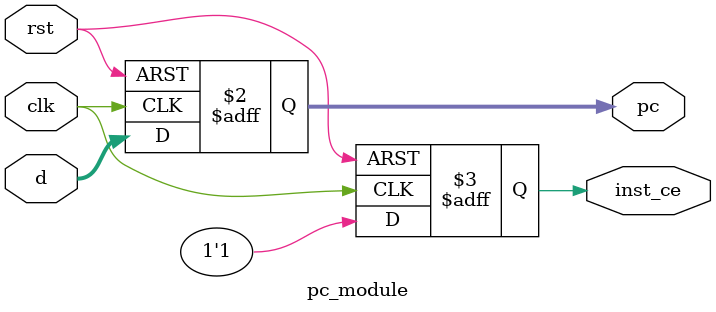
<source format=v>
`timescale 1ns / 1ps

module pc_module(input clk,
                 input rst,
                 input [7:0] d,
                 output reg [7:0] pc,
                 output reg inst_ce);
    
always @(posedge clk, posedge rst) begin
    if (rst) begin
        pc      <= -4;
        inst_ce <= 1'b0;
    end else begin
        pc      <= d;
        inst_ce <= 1'b1;
    end
end

endmodule
    

</source>
